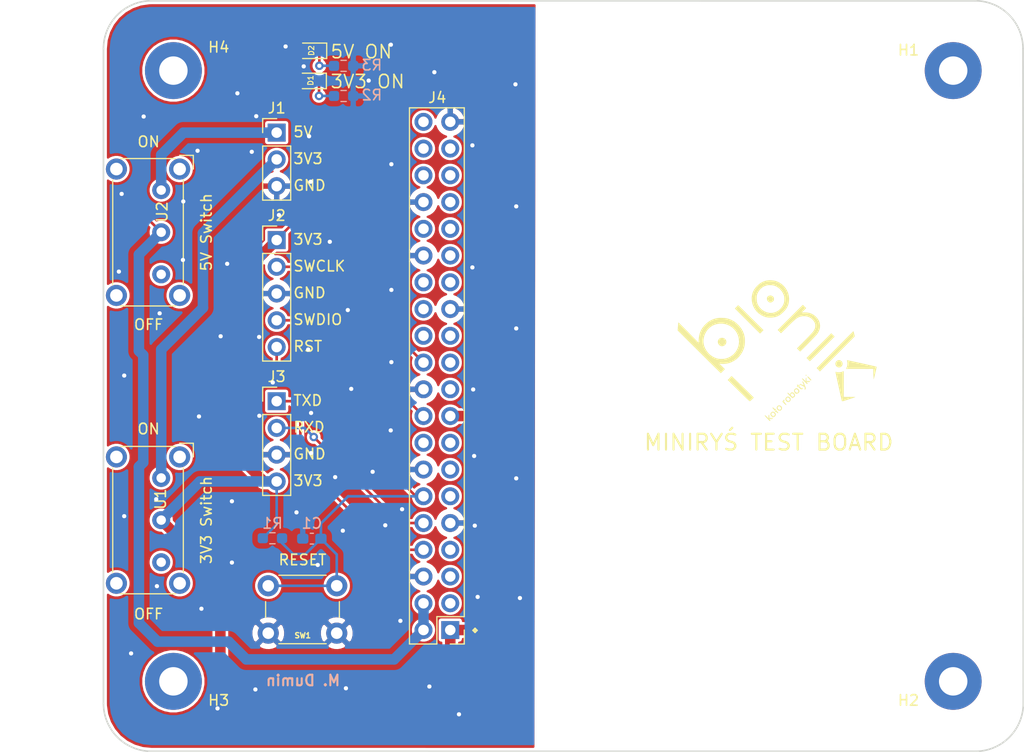
<source format=kicad_pcb>
(kicad_pcb (version 20171130) (host pcbnew "(5.1.9)-1")
  (layers (0 F.Cu signal) (31 B.Cu signal) (34 B.Paste user) (35 F.Paste user) (36 B.SilkS user) (37 F.SilkS user) (38 B.Mask user) (39 F.Mask user) (44 Edge.Cuts user))
  (net 0 "")
  (net 1 GND)
  (net 2 /Button)
  (net 3 +3V3)
  (net 4 +5V)
  (net 5 /RXD)
  (net 6 /TXD)
  (net 7 /SWCLK)
  (net 8 /SWDIO)
  (net 9 "Net-(J4-Pad40)")
  (net 10 "Net-(J4-Pad38)")
  (net 11 "Net-(J4-Pad37)")
  (net 12 "Net-(J4-Pad36)")
  (net 13 "Net-(J4-Pad35)")
  (net 14 "Net-(J4-Pad33)")
  (net 15 "Net-(J4-Pad32)")
  (net 16 "Net-(J4-Pad31)")
  (net 17 "Net-(J4-Pad29)")
  (net 18 "Net-(J4-Pad28)")
  (net 19 "Net-(J4-Pad27)")
  (net 20 "Net-(J4-Pad26)")
  (net 21 "Net-(J4-Pad24)")
  (net 22 "Net-(J4-Pad23)")
  (net 23 "Net-(J4-Pad21)")
  (net 24 "Net-(J4-Pad19)")
  (net 25 "Net-(J4-Pad16)")
  (net 26 "Net-(J4-Pad15)")
  (net 27 "Net-(J4-Pad13)")
  (net 28 "Net-(J4-Pad11)")
  (net 29 "Net-(J4-Pad7)")
  (net 30 "Net-(J4-Pad5)")
  (net 31 "Net-(J4-Pad3)")
  (net 32 "Net-(D1-Pad1)")
  (net 33 "Net-(D2-Pad1)")
  (net 34 "Net-(J1-Pad2)")
  (net 35 "Net-(J1-Pad1)")
  (net 36 "Net-(U1-Pad3)")
  (net 37 "Net-(U2-Pad3)")
  (module Button_Switch_THT:SW_E-Switch_EG1224_SPDT_Angled (layer F.Cu) (at 145.288 72.31 270)
    (fp_text reference U2 (at 2.06628 -0.0889 90) (layer F.SilkS))
    (fp_text value EG1224_switch)
    (pad 3 thru_hole circle (at 8 0 270) (size 1.7 1.7) (drill 0.9) (layers *.Cu *.Mask) (net 37 "Net-(U2-Pad3)"))
    (pad 2 thru_hole circle (at 4 0 270) (size 1.7 1.7) (drill 0.9) (layers *.Cu *.Mask) (net 4 +5V))
    (pad 1 thru_hole circle (at 0 0 270) (size 1.7 1.7) (drill 0.9) (layers *.Cu *.Mask) (net 35 "Net-(J1-Pad1)"))
    (pad "" thru_hole circle (at -2 4.25 270) (size 2 2) (drill 1.2) (layers *.Cu *.Mask))
    (pad "" thru_hole circle (at 10 4.25 270) (size 2 2) (drill 1.2) (layers *.Cu *.Mask))
    (pad "" thru_hole circle (at 10 -1.75 270) (size 2 2) (drill 1.2) (layers *.Cu *.Mask))
    (pad "" thru_hole circle (at -2 -1.75 270) (size 2 2) (drill 1.2) (layers *.Cu *.Mask))
  )
  (module Button_Switch_THT:SW_E-Switch_EG1224_SPDT_Angled (layer F.Cu) (at 145.288 99.648 270)
    (fp_text reference U1 (at 2.0028 0.05842 90) (layer F.SilkS))
    (fp_text value EG1224_switch)
    (pad 3 thru_hole circle (at 8 0 270) (size 1.7 1.7) (drill 0.9) (layers *.Cu *.Mask) (net 36 "Net-(U1-Pad3)"))
    (pad 2 thru_hole circle (at 4 0 270) (size 1.7 1.7) (drill 0.9) (layers *.Cu *.Mask) (net 3 +3V3))
    (pad 1 thru_hole circle (at 0 0 270) (size 1.7 1.7) (drill 0.9) (layers *.Cu *.Mask) (net 34 "Net-(J1-Pad2)"))
    (pad "" thru_hole circle (at -2 4.25 270) (size 2 2) (drill 1.2) (layers *.Cu *.Mask))
    (pad "" thru_hole circle (at 10 4.25 270) (size 2 2) (drill 1.2) (layers *.Cu *.Mask))
    (pad "" thru_hole circle (at 10 -1.75 270) (size 2 2) (drill 1.2) (layers *.Cu *.Mask))
    (pad "" thru_hole circle (at -2 -1.75 270) (size 2 2) (drill 1.2) (layers *.Cu *.Mask))
  )
  (module Button_Switch_THT:SW_PUSH_6mm (layer F.Cu) (at 161.948 114.385 180)
    (fp_text reference SW1 (at 3.23088 -0.2205) (layer F.SilkS) (effects (font (size 0.5 0.5) (thickness 0.125))))
    (fp_text value " Switch 6mm")
    (pad 1 thru_hole circle (at 6.5 0 270) (size 2 2) (drill 1.1) (layers *.Cu *.Mask) (net 1 GND))
    (pad 2 thru_hole circle (at 6.5 4.5 270) (size 2 2) (drill 1.1) (layers *.Cu *.Mask) (net 2 /Button))
    (pad 1 thru_hole circle (at 0 0 270) (size 2 2) (drill 1.1) (layers *.Cu *.Mask) (net 1 GND))
    (pad 2 thru_hole circle (at 0 4.5 270) (size 2 2) (drill 1.1) (layers *.Cu *.Mask) (net 2 /Button))
  )
  (module Resistor_SMD:R_0603_1608Metric_Pad0.98x0.95mm_HandSolder (layer B.Cu) (at 162.59874 60.5097)
    (fp_text reference R3 (at 2.67652 -0.06858 180) (layer B.SilkS) (effects (justify mirror)))
    (fp_text value 150)
    (pad 1 smd roundrect (at -0.9125 0) (size 0.975 0.95) (layers B.Cu B.Paste B.Mask) (net 33 "Net-(D2-Pad1)"))
    (pad 2 smd roundrect (at 0.9125 0) (size 0.975 0.95) (layers B.Cu B.Paste B.Mask) (net 1 GND))
  )
  (module Resistor_SMD:R_0603_1608Metric_Pad0.98x0.95mm_HandSolder (layer B.Cu) (at 162.59874 63.37046)
    (fp_text reference R2 (at 2.67652 -0.0889 180) (layer B.SilkS) (effects (justify mirror)))
    (fp_text value 65)
    (pad 2 smd roundrect (at 0.9125 0) (size 0.975 0.95) (layers B.Cu B.Paste B.Mask) (net 1 GND))
    (pad 1 smd roundrect (at -0.9125 0) (size 0.975 0.95) (layers B.Cu B.Paste B.Mask) (net 32 "Net-(D1-Pad1)"))
  )
  (module LED_SMD:LED_0603_1608Metric (layer F.Cu) (at 159.50936 59.07932 180)
    (fp_text reference D2 (at -0.03312 0.02178 90) (layer F.SilkS) (effects (font (size 0.5 0.5) (thickness 0.1))))
    (fp_text value LED)
    (pad 2 smd roundrect (at 0.7875 0 180) (size 0.875 0.95) (layers F.Cu F.Paste F.Mask) (net 4 +5V))
    (pad 1 smd roundrect (at -0.7875 0 180) (size 0.875 0.95) (layers F.Cu F.Paste F.Mask) (net 33 "Net-(D2-Pad1)"))
  )
  (module LED_SMD:LED_0603_1608Metric (layer F.Cu) (at 159.47898 61.94008 180)
    (fp_text reference D1 (at 0.01016 0.04718 90) (layer F.SilkS) (effects (font (size 0.5 0.5) (thickness 0.1))))
    (fp_text value LED)
    (pad 2 smd roundrect (at 0.7875 0 180) (size 0.875 0.95) (layers F.Cu F.Paste F.Mask) (net 3 +3V3))
    (pad 1 smd roundrect (at -0.7875 0 180) (size 0.875 0.95) (layers F.Cu F.Paste F.Mask) (net 32 "Net-(D1-Pad1)"))
  )
  (module Connector_PinHeader_2.54mm:PinHeader_2x20_P2.54mm_Vertical (layer F.Cu) (at 172.72 114.085 180)
    (fp_text reference J4 (at 1.23698 50.5596) (layer F.SilkS))
    (fp_text value " GoldPin 2x20")
    (pad 40 thru_hole oval (at 2.54 48.26 180) (size 1.7 1.7) (drill 1) (layers *.Cu *.Mask) (net 9 "Net-(J4-Pad40)"))
    (pad 39 thru_hole oval (at 0 48.26 180) (size 1.7 1.7) (drill 1) (layers *.Cu *.Mask) (net 1 GND))
    (pad 38 thru_hole oval (at 2.54 45.72 180) (size 1.7 1.7) (drill 1) (layers *.Cu *.Mask) (net 10 "Net-(J4-Pad38)"))
    (pad 37 thru_hole oval (at 0 45.72 180) (size 1.7 1.7) (drill 1) (layers *.Cu *.Mask) (net 11 "Net-(J4-Pad37)"))
    (pad 36 thru_hole oval (at 2.54 43.18 180) (size 1.7 1.7) (drill 1) (layers *.Cu *.Mask) (net 12 "Net-(J4-Pad36)"))
    (pad 35 thru_hole oval (at 0 43.18 180) (size 1.7 1.7) (drill 1) (layers *.Cu *.Mask) (net 13 "Net-(J4-Pad35)"))
    (pad 34 thru_hole oval (at 2.54 40.64 180) (size 1.7 1.7) (drill 1) (layers *.Cu *.Mask) (net 1 GND))
    (pad 33 thru_hole oval (at 0 40.64 180) (size 1.7 1.7) (drill 1) (layers *.Cu *.Mask) (net 14 "Net-(J4-Pad33)"))
    (pad 32 thru_hole oval (at 2.54 38.1 180) (size 1.7 1.7) (drill 1) (layers *.Cu *.Mask) (net 15 "Net-(J4-Pad32)"))
    (pad 31 thru_hole oval (at 0 38.1 180) (size 1.7 1.7) (drill 1) (layers *.Cu *.Mask) (net 16 "Net-(J4-Pad31)"))
    (pad 30 thru_hole oval (at 2.54 35.56 180) (size 1.7 1.7) (drill 1) (layers *.Cu *.Mask) (net 1 GND))
    (pad 29 thru_hole oval (at 0 35.56 180) (size 1.7 1.7) (drill 1) (layers *.Cu *.Mask) (net 17 "Net-(J4-Pad29)"))
    (pad 28 thru_hole oval (at 2.54 33.02 180) (size 1.7 1.7) (drill 1) (layers *.Cu *.Mask) (net 18 "Net-(J4-Pad28)"))
    (pad 27 thru_hole oval (at 0 33.02 180) (size 1.7 1.7) (drill 1) (layers *.Cu *.Mask) (net 19 "Net-(J4-Pad27)"))
    (pad 26 thru_hole oval (at 2.54 30.48 180) (size 1.7 1.7) (drill 1) (layers *.Cu *.Mask) (net 20 "Net-(J4-Pad26)"))
    (pad 25 thru_hole oval (at 0 30.48 180) (size 1.7 1.7) (drill 1) (layers *.Cu *.Mask) (net 1 GND))
    (pad 24 thru_hole oval (at 2.54 27.94 180) (size 1.7 1.7) (drill 1) (layers *.Cu *.Mask) (net 21 "Net-(J4-Pad24)"))
    (pad 23 thru_hole oval (at 0 27.94 180) (size 1.7 1.7) (drill 1) (layers *.Cu *.Mask) (net 22 "Net-(J4-Pad23)"))
    (pad 22 thru_hole oval (at 2.54 25.4 180) (size 1.7 1.7) (drill 1) (layers *.Cu *.Mask) (net 7 /SWCLK))
    (pad 21 thru_hole oval (at 0 25.4 180) (size 1.7 1.7) (drill 1) (layers *.Cu *.Mask) (net 23 "Net-(J4-Pad21)"))
    (pad 20 thru_hole oval (at 2.54 22.86 180) (size 1.7 1.7) (drill 1) (layers *.Cu *.Mask) (net 1 GND))
    (pad 19 thru_hole oval (at 0 22.86 180) (size 1.7 1.7) (drill 1) (layers *.Cu *.Mask) (net 24 "Net-(J4-Pad19)"))
    (pad 18 thru_hole oval (at 2.54 20.32 180) (size 1.7 1.7) (drill 1) (layers *.Cu *.Mask) (net 8 /SWDIO))
    (pad 17 thru_hole oval (at 0 20.32 180) (size 1.7 1.7) (drill 1) (layers *.Cu *.Mask) (net 3 +3V3))
    (pad 16 thru_hole oval (at 2.54 17.78 180) (size 1.7 1.7) (drill 1) (layers *.Cu *.Mask) (net 25 "Net-(J4-Pad16)"))
    (pad 15 thru_hole oval (at 0 17.78 180) (size 1.7 1.7) (drill 1) (layers *.Cu *.Mask) (net 26 "Net-(J4-Pad15)"))
    (pad 14 thru_hole oval (at 2.54 15.24 180) (size 1.7 1.7) (drill 1) (layers *.Cu *.Mask) (net 1 GND))
    (pad 13 thru_hole oval (at 0 15.24 180) (size 1.7 1.7) (drill 1) (layers *.Cu *.Mask) (net 27 "Net-(J4-Pad13)"))
    (pad 12 thru_hole oval (at 2.54 12.7 180) (size 1.7 1.7) (drill 1) (layers *.Cu *.Mask) (net 2 /Button))
    (pad 11 thru_hole oval (at 0 12.7 180) (size 1.7 1.7) (drill 1) (layers *.Cu *.Mask) (net 28 "Net-(J4-Pad11)"))
    (pad 10 thru_hole oval (at 2.54 10.16 180) (size 1.7 1.7) (drill 1) (layers *.Cu *.Mask) (net 5 /RXD))
    (pad 9 thru_hole oval (at 0 10.16 180) (size 1.7 1.7) (drill 1) (layers *.Cu *.Mask) (net 1 GND))
    (pad 8 thru_hole oval (at 2.54 7.62 180) (size 1.7 1.7) (drill 1) (layers *.Cu *.Mask) (net 6 /TXD))
    (pad 7 thru_hole oval (at 0 7.62 180) (size 1.7 1.7) (drill 1) (layers *.Cu *.Mask) (net 29 "Net-(J4-Pad7)"))
    (pad 6 thru_hole oval (at 2.54 5.08 180) (size 1.7 1.7) (drill 1) (layers *.Cu *.Mask) (net 1 GND))
    (pad 5 thru_hole oval (at 0 5.08 180) (size 1.7 1.7) (drill 1) (layers *.Cu *.Mask) (net 30 "Net-(J4-Pad5)"))
    (pad 4 thru_hole oval (at 2.54 2.54 180) (size 1.7 1.7) (drill 1) (layers *.Cu *.Mask) (net 4 +5V))
    (pad 3 thru_hole oval (at 0 2.54 180) (size 1.7 1.7) (drill 1) (layers *.Cu *.Mask) (net 31 "Net-(J4-Pad3)"))
    (pad 2 thru_hole oval (at 2.54 0 180) (size 1.7 1.7) (drill 1) (layers *.Cu *.Mask) (net 4 +5V))
    (pad 1 thru_hole rect (at 0 0 180) (size 1.7 1.7) (drill 1) (layers *.Cu *.Mask) (net 3 +3V3))
  )
  (module rysboard:bionik_logo (layer F.Cu) (at 203.708 87.376)
    (fp_text reference LOGO1 hide)
    (fp_text value bionik_logo hide)
  )
  (module Connector_PinHeader_2.54mm:PinHeader_1x04_P2.54mm_Vertical (layer F.Cu) (at 156.24774 92.3544)
    (fp_text reference J3 (at 0 -2.33) (layer F.SilkS))
    (fp_text value "GoldPin 1x04")
    (pad 4 thru_hole oval (at 0 7.62) (size 1.7 1.7) (drill 1) (layers *.Cu *.Mask) (net 3 +3V3))
    (pad 3 thru_hole oval (at 0 5.08) (size 1.7 1.7) (drill 1) (layers *.Cu *.Mask) (net 1 GND))
    (pad 2 thru_hole oval (at 0 2.54) (size 1.7 1.7) (drill 1) (layers *.Cu *.Mask) (net 5 /RXD))
    (pad 1 thru_hole rect (at 0 0) (size 1.7 1.7) (drill 1) (layers *.Cu *.Mask) (net 6 /TXD))
  )
  (module Capacitor_SMD:C_0603_1608Metric_Pad1.08x0.95mm_HandSolder (layer B.Cu) (at 159.58524 105.41 180)
    (fp_text reference C1 (at 0 1.45288 180) (layer B.SilkS) (effects (justify mirror)))
    (fp_text value 100uF)
    (pad 2 smd roundrect (at 0.8625 0 180) (size 1.075 0.95) (layers B.Cu B.Paste B.Mask) (net 1 GND))
    (pad 1 smd roundrect (at -0.8625 0 180) (size 1.075 0.95) (layers B.Cu B.Paste B.Mask) (net 2 /Button))
  )
  (module Connector_PinHeader_2.54mm:PinHeader_1x05_P2.54mm_Vertical (layer F.Cu) (at 156.24774 77.0527)
    (fp_text reference J2 (at 0 -2.33) (layer F.SilkS))
    (fp_text value "GoldPin 1x05")
    (pad 5 thru_hole oval (at 0 10.16) (size 1.7 1.7) (drill 1) (layers *.Cu *.Mask) (net 2 /Button))
    (pad 4 thru_hole oval (at 0 7.62) (size 1.7 1.7) (drill 1) (layers *.Cu *.Mask) (net 8 /SWDIO))
    (pad 3 thru_hole oval (at 0 5.08) (size 1.7 1.7) (drill 1) (layers *.Cu *.Mask) (net 1 GND))
    (pad 2 thru_hole oval (at 0 2.54) (size 1.7 1.7) (drill 1) (layers *.Cu *.Mask) (net 7 /SWCLK))
    (pad 1 thru_hole rect (at 0 0) (size 1.7 1.7) (drill 1) (layers *.Cu *.Mask) (net 3 +3V3))
  )
  (module Connector_PinHeader_2.54mm:PinHeader_1x03_P2.54mm_Vertical (layer F.Cu) (at 156.24774 66.851)
    (fp_text reference J1 (at 0 -2.33) (layer F.SilkS))
    (fp_text value "GoldPin 1x03")
    (pad 3 thru_hole oval (at 0 5.08) (size 1.7 1.7) (drill 1) (layers *.Cu *.Mask) (net 1 GND))
    (pad 2 thru_hole oval (at 0 2.54) (size 1.7 1.7) (drill 1) (layers *.Cu *.Mask) (net 34 "Net-(J1-Pad2)"))
    (pad 1 thru_hole rect (at 0 0) (size 1.7 1.7) (drill 1) (layers *.Cu *.Mask) (net 35 "Net-(J1-Pad1)"))
  )
  (module Resistor_SMD:R_0603_1608Metric_Pad0.98x0.95mm_HandSolder (layer B.Cu) (at 155.84424 105.3719)
    (fp_text reference R1 (at 0 -1.41478) (layer B.SilkS) (effects (justify mirror)))
    (fp_text value 10k)
    (pad 2 smd roundrect (at 0.9125 0) (size 0.975 0.95) (layers B.Cu B.Paste B.Mask) (net 2 /Button))
    (pad 1 smd roundrect (at -0.9125 0) (size 0.975 0.95) (layers B.Cu B.Paste B.Mask) (net 3 +3V3))
  )
  (module MountingHole:MountingHole_2.7mm_M2.5_Pad (layer F.Cu) (at 146.445 60.96)
    (fp_text reference H4 (at 4.30144 -2.217501) (layer F.SilkS))
    (fp_text value MountingHole)
    (pad 1 thru_hole circle (at 0 0) (size 5.4 5.4) (drill 2.7) (layers *.Cu *.Mask))
  )
  (module MountingHole:MountingHole_2.7mm_M2.5_Pad (layer F.Cu) (at 146.445 118.96)
    (fp_text reference H3 (at 4.30144 1.8075) (layer F.SilkS))
    (fp_text value MountingHole)
    (pad 1 thru_hole circle (at 0 0) (size 5.4 5.4) (drill 2.7) (layers *.Cu *.Mask))
  )
  (module MountingHole:MountingHole_2.7mm_M2.5_Pad (layer F.Cu) (at 220.45 118.96)
    (fp_text reference H2 (at -4.24012 1.8075) (layer F.SilkS))
    (fp_text value MountingHole)
    (pad 1 thru_hole circle (at 0 0) (size 5.4 5.4) (drill 2.7) (layers *.Cu *.Mask))
  )
  (module MountingHole:MountingHole_2.7mm_M2.5_Pad (layer F.Cu) (at 220.45 60.96)
    (fp_text reference H1 (at -4.24012 -1.9425) (layer F.SilkS))
    (fp_text value MountingHole)
    (pad 1 thru_hole circle (at 0 0) (size 5.4 5.4) (drill 2.7) (layers *.Cu *.Mask))
  )
  (gr_text . (at 175.07204 112.46612) (layer F.SilkS) (effects (font (size 4 4))))
  (gr_text "3V3 Switch" (at 149.57552 103.648001 90) (layer F.SilkS) (effects (font (size 1 1))))
  (gr_text "5V Switch\n" (at 149.57552 76.31 90) (layer F.SilkS) (effects (font (size 1 1))))
  (gr_text OFF (at 144.093 112.56772) (layer F.SilkS) (effects (font (size 1 1))))
  (gr_text ON (at 144.093 94.99092) (layer F.SilkS) (effects (font (size 1 1))))
  (gr_text OFF (at 144.093 85.08746) (layer F.SilkS) (effects (font (size 1 1))))
  (gr_text ON (at 144.093 67.71894) (layer F.SilkS) (effects (font (size 1 1))))
  (gr_text "3V3 ON" (at 164.877359 61.99886) (layer F.SilkS) (effects (font (size 1.25 1.25))))
  (gr_text "5V ON" (at 164.28212 59.16676) (layer F.SilkS) (effects (font (size 1.25 1.25))))
  (gr_line (start 144.3558 54.330317) (end 222.5294 54.3306) (layer Edge.Cuts) (width 0.15))
  (gr_line (start 144.3558 125.60307) (end 154.3558 125.60307) (layer Edge.Cuts) (width 0.15))
  (gr_line (start 139.808917 58.8772) (end 139.80913 121.0564) (layer Edge.Cuts) (width 0.15))
  (gr_line (start 227.076 58.8772) (end 227.104875 121.0564) (layer Edge.Cuts) (width 0.15))
  (gr_arc (start 144.3558 121.0564) (end 139.80913 121.0564) (angle -90) (layer Edge.Cuts) (width 0.15))
  (gr_arc (start 222.5548 121.0564) (end 222.5548 125.606475) (angle -90) (layer Edge.Cuts) (width 0.15))
  (gr_arc (start 222.5294 58.8772) (end 227.076 58.8772) (angle -90) (layer Edge.Cuts) (width 0.15))
  (gr_arc (start 144.3558 58.8772) (end 144.3558 54.330317) (angle -90) (layer Edge.Cuts) (width 0.15))
  (gr_line (start 154.3558 125.60307) (end 222.5548 125.606475) (layer Edge.Cuts) (width 0.15))
  (gr_text "MINIRYŚ TEST BOARD" (at 202.946 96.266) (layer F.SilkS) (effects (font (size 1.5 1.5) (thickness 0.2))))
  (gr_text GND (at 159.369047 97.3669) (layer F.SilkS) (effects (font (size 1 1))))
  (gr_text GND (at 159.369047 82.0652) (layer F.SilkS) (effects (font (size 1 1))))
  (gr_text 3V3 (at 159.22619 99.9069) (layer F.SilkS) (effects (font (size 1 1))))
  (gr_text 3V3 (at 159.22619 76.9852) (layer F.SilkS) (effects (font (size 1 1))))
  (gr_text RST (at 159.202381 87.1452) (layer F.SilkS) (effects (font (size 1 1))))
  (gr_text "M. Dumin" (at 158.744999 118.88) (layer B.SilkS) (effects (font (size 1 1) (thickness 0.2)) (justify mirror)))
  (gr_text GND (at 159.369047 71.8635) (layer F.SilkS) (effects (font (size 1 1))))
  (gr_text 3V3 (at 159.22619 69.3235) (layer F.SilkS) (effects (font (size 1 1))))
  (gr_text 5V (at 158.75 66.7835) (layer F.SilkS) (effects (font (size 1 1))))
  (gr_text TXD (at 159.202381 92.2869) (layer F.SilkS) (effects (font (size 1 1))))
  (gr_text RXD (at 159.321428 94.8269) (layer F.SilkS) (effects (font (size 1 1))))
  (gr_text SWDIO (at 160.154762 84.6052) (layer F.SilkS) (effects (font (size 1 1))))
  (gr_text SWCLK (at 160.297619 79.5252) (layer F.SilkS) (effects (font (size 1 1))))
  (gr_text RESET (at 158.698 107.42676) (layer F.SilkS) (effects (font (size 1 1))))
  (via (at 174.82058 68.058792) (size 0.8) (drill 0.4) (layers F.Cu B.Cu) (net 1))
  (via (at 174.82058 79.650336) (size 0.8) (drill 0.4) (layers F.Cu B.Cu) (net 1))
  (via (at 174.89424 91.24188) (size 0.8) (drill 0.4) (layers F.Cu B.Cu) (net 1))
  (via (at 174.98822 97.55886) (size 0.8) (drill 0.4) (layers F.Cu B.Cu) (net 1))
  (via (at 175.32096 110.94212) (size 0.8) (drill 0.4) (layers F.Cu B.Cu) (net 1))
  (via (at 178.9811 85.446108) (size 0.8) (drill 0.4) (layers F.Cu B.Cu) (net 1))
  (via (at 178.90744 62.26302) (size 0.8) (drill 0.4) (layers F.Cu B.Cu) (net 1))
  (via (at 175.04918 104.17556) (size 0.8) (drill 0.4) (layers F.Cu B.Cu) (net 1))
  (via (at 178.9811 99.683144) (size 0.8) (drill 0.4) (layers F.Cu B.Cu) (net 1))
  (via (at 166.55288 104.14) (size 0.8) (drill 0.4) (layers F.Cu B.Cu) (net 1))
  (via (at 159.512 97.282) (size 0.8) (drill 0.4) (layers F.Cu B.Cu) (net 1))
  (via (at 161.798 99.568) (size 0.8) (drill 0.4) (layers F.Cu B.Cu) (net 1))
  (via (at 159.512 93.472) (size 0.8) (drill 0.4) (layers F.Cu B.Cu) (net 1))
  (via (at 165.354 99.06) (size 0.8) (drill 0.4) (layers F.Cu B.Cu) (net 1))
  (via (at 168.148 102.616) (size 0.8) (drill 0.4) (layers F.Cu B.Cu) (net 1))
  (via (at 159.23514 87.44712) (size 0.8) (drill 0.4) (layers F.Cu B.Cu) (net 1))
  (via (at 167.07104 95.12808) (size 0.8) (drill 0.4) (layers F.Cu B.Cu) (net 1))
  (via (at 163.322 91.186) (size 0.8) (drill 0.4) (layers F.Cu B.Cu) (net 1))
  (via (at 162.99688 83.70062) (size 0.8) (drill 0.4) (layers F.Cu B.Cu) (net 1))
  (via (at 167.132 88.646) (size 0.8) (drill 0.4) (layers F.Cu B.Cu) (net 1))
  (via (at 162.52444 104.65308) (size 0.8) (drill 0.4) (layers F.Cu B.Cu) (net 1))
  (via (at 158.1277 102.91318) (size 0.8) (drill 0.4) (layers F.Cu B.Cu) (net 1))
  (via (at 145.14068 84.01304) (size 0.8) (drill 0.4) (layers F.Cu B.Cu) (net 1))
  (via (at 156.464 74.676) (size 0.8) (drill 0.4) (layers F.Cu B.Cu) (net 1))
  (via (at 167.132 69.85) (size 0.8) (drill 0.4) (layers F.Cu B.Cu) (net 1))
  (via (at 167.132 81.788) (size 0.8) (drill 0.4) (layers F.Cu B.Cu) (net 1))
  (via (at 161.29 77.216) (size 0.8) (drill 0.4) (layers F.Cu B.Cu) (net 1))
  (via (at 141.77772 103.27386) (size 0.8) (drill 0.4) (layers F.Cu B.Cu) (net 1))
  (via (at 141.77772 89.92108) (size 0.8) (drill 0.4) (layers F.Cu B.Cu) (net 1))
  (via (at 150.92934 86.18982) (size 0.8) (drill 0.4) (layers F.Cu B.Cu) (net 1))
  (via (at 148.87448 93.80474) (size 0.8) (drill 0.4) (layers F.Cu B.Cu) (net 1))
  (via (at 151.99868 101.85908) (size 0.8) (drill 0.4) (layers F.Cu B.Cu) (net 1))
  (via (at 151.99868 107.67822) (size 0.8) (drill 0.4) (layers F.Cu B.Cu) (net 1))
  (via (at 149.10562 112.0648) (size 0.8) (drill 0.4) (layers F.Cu B.Cu) (net 1))
  (via (at 160.14446 107.90682) (size 0.8) (drill 0.4) (layers F.Cu B.Cu) (net 1))
  (via (at 144.81556 101.6635) (size 0.8) (drill 0.4) (layers F.Cu B.Cu) (net 1))
  (via (at 144.8816 109.92104) (size 0.8) (drill 0.4) (layers F.Cu B.Cu) (net 1))
  (via (at 147.35048 78.9432) (size 0.8) (drill 0.4) (layers F.Cu B.Cu) (net 1))
  (via (at 147.3835 73.38568) (size 0.8) (drill 0.4) (layers F.Cu B.Cu) (net 1))
  (via (at 153.88336 68.67144) (size 0.8) (drill 0.4) (layers F.Cu B.Cu) (net 1))
  (via (at 141.53388 72.6694) (size 0.8) (drill 0.4) (layers F.Cu B.Cu) (net 1))
  (via (at 141.27226 80.0481) (size 0.8) (drill 0.4) (layers F.Cu B.Cu) (net 1))
  (via (at 152.51938 63.11392) (size 0.8) (drill 0.4) (layers F.Cu B.Cu) (net 1))
  (via (at 154.30754 65.2907) (size 0.8) (drill 0.4) (layers F.Cu B.Cu) (net 1))
  (via (at 158.8135 60.55868) (size 0.8) (drill 0.4) (layers F.Cu B.Cu) (net 1))
  (via (at 157.09392 58.66892) (size 0.8) (drill 0.4) (layers F.Cu B.Cu) (net 1))
  (via (at 159.3215 67.19316) (size 0.8) (drill 0.4) (layers F.Cu B.Cu) (net 1))
  (via (at 159.47136 71.51116) (size 0.8) (drill 0.4) (layers F.Cu B.Cu) (net 1))
  (via (at 154.58186 86.25586) (size 0.8) (drill 0.4) (layers F.Cu B.Cu) (net 1))
  (via (at 154.60218 93.74378) (size 0.8) (drill 0.4) (layers F.Cu B.Cu) (net 1))
  (via (at 155.87726 90.5764) (size 0.8) (drill 0.4) (layers F.Cu B.Cu) (net 1))
  (via (at 142.4305 116.3066) (size 0.8) (drill 0.4) (layers F.Cu B.Cu) (net 1))
  (via (at 154.22626 119.73052) (size 0.8) (drill 0.4) (layers F.Cu B.Cu) (net 1))
  (via (at 170.7388 119.45112) (size 0.8) (drill 0.4) (layers F.Cu B.Cu) (net 1))
  (via (at 162.81908 119.61876) (size 0.8) (drill 0.4) (layers F.Cu B.Cu) (net 1))
  (via (at 150.63216 121.52884) (size 0.8) (drill 0.4) (layers F.Cu B.Cu) (net 1))
  (via (at 173.54804 122.09018) (size 0.8) (drill 0.4) (layers F.Cu B.Cu) (net 1))
  (via (at 167.98798 113.21542) (size 0.8) (drill 0.4) (layers F.Cu B.Cu) (net 1))
  (via (at 143.6243 65.32372) (size 0.8) (drill 0.4) (layers F.Cu B.Cu) (net 1))
  (via (at 171.21124 61.1124) (size 0.8) (drill 0.4) (layers F.Cu B.Cu) (net 1))
  (via (at 178.9811 73.854564) (size 0.8) (drill 0.4) (layers F.Cu B.Cu) (net 1))
  (via (at 179.33162 111.0488) (size 0.8) (drill 0.4) (layers F.Cu B.Cu) (net 1))
  (via (at 148.73986 68.57238) (size 0.8) (drill 0.4) (layers F.Cu B.Cu) (net 1))
  (via (at 167.08374 58.50128) (size 0.8) (drill 0.4) (layers F.Cu B.Cu) (net 1))
  (via (at 151.5491 79.30642) (size 0.8) (drill 0.4) (layers F.Cu B.Cu) (net 1))
  (via (at 164.97808 61.90996) (size 0.8) (drill 0.4) (layers F.Cu B.Cu) (net 1))
  (segment (start 160.07624 105.41) (end 160.0708 105.41) (width 0.25) (layer B.Cu) (net 2))
  (segment (start 163.029 101.385) (end 170.18 101.385) (width 0.25) (layer B.Cu) (net 2))
  (segment (start 160.44774 103.96626) (end 163.029 101.385) (width 0.25) (layer B.Cu) (net 2))
  (segment (start 160.44774 105.41) (end 160.44774 103.96626) (width 0.25) (layer B.Cu) (net 2))
  (segment (start 156.24774 87.2127) (end 156.24774 89.19174) (width 0.25) (layer F.Cu) (net 2))
  (segment (start 156.24774 89.19174) (end 156.972 89.916) (width 0.25) (layer F.Cu) (net 2))
  (segment (start 156.972 89.916) (end 157.988 89.916) (width 0.25) (layer F.Cu) (net 2))
  (segment (start 169.457 101.385) (end 170.18 101.385) (width 0.25) (layer F.Cu) (net 2))
  (segment (start 157.988 89.916) (end 169.457 101.385) (width 0.25) (layer F.Cu) (net 2))
  (segment (start 156.75674 105.3719) (end 156.75674 105.45128) (width 0.25) (layer B.Cu) (net 2))
  (segment (start 156.75674 105.3719) (end 156.75674 105.8272) (width 0.25) (layer B.Cu) (net 2))
  (segment (start 156.75674 105.8272) (end 157.78988 106.86034) (width 0.25) (layer B.Cu) (net 2))
  (segment (start 158.9974 106.86034) (end 160.44774 105.41) (width 0.25) (layer B.Cu) (net 2))
  (segment (start 157.78988 106.86034) (end 158.9974 106.86034) (width 0.25) (layer B.Cu) (net 2))
  (segment (start 155.448 109.885) (end 161.948 109.885) (width 0.25) (layer B.Cu) (net 2))
  (segment (start 161.948 106.91026) (end 160.44774 105.41) (width 0.25) (layer B.Cu) (net 2))
  (segment (start 161.948 109.885) (end 161.948 106.91026) (width 0.25) (layer B.Cu) (net 2))
  (segment (start 156.20238 100.01976) (end 156.24774 99.9744) (width 0.25) (layer F.Cu) (net 3))
  (segment (start 148.9616 99.9744) (end 145.288 103.648) (width 1) (layer B.Cu) (net 3))
  (segment (start 156.24774 99.9744) (end 148.9616 99.9744) (width 1) (layer B.Cu) (net 3))
  (segment (start 172.72 114.085) (end 174.45392 114.085) (width 1) (layer F.Cu) (net 3))
  (segment (start 174.45392 114.085) (end 176.657 111.88192) (width 1) (layer F.Cu) (net 3))
  (segment (start 176.657 95.939158) (end 174.482842 93.765) (width 1) (layer F.Cu) (net 3))
  (segment (start 174.482842 93.765) (end 172.72 93.765) (width 1) (layer F.Cu) (net 3))
  (segment (start 176.657 111.88192) (end 176.657 95.939158) (width 1) (layer F.Cu) (net 3))
  (segment (start 172.72 116.9416) (end 172.72 114.085) (width 1) (layer F.Cu) (net 3))
  (segment (start 172.72 120.75414) (end 172.72 116.9416) (width 1) (layer F.Cu) (net 3))
  (segment (start 171.95038 121.52376) (end 172.72 120.75414) (width 1) (layer F.Cu) (net 3))
  (segment (start 153.3906 121.52376) (end 171.95038 121.52376) (width 1) (layer F.Cu) (net 3))
  (segment (start 150.9014 119.03456) (end 153.3906 121.52376) (width 1) (layer F.Cu) (net 3))
  (segment (start 150.9014 109.2614) (end 150.9014 119.03456) (width 1) (layer F.Cu) (net 3))
  (segment (start 145.288 103.648) (end 150.9014 109.2614) (width 1) (layer F.Cu) (net 3))
  (segment (start 156.24774 99.9744) (end 155.0289 99.9744) (width 1) (layer F.Cu) (net 3))
  (segment (start 155.0289 99.9744) (end 153.22042 98.16592) (width 1) (layer F.Cu) (net 3))
  (segment (start 153.22042 80.08002) (end 156.24774 77.0527) (width 1) (layer F.Cu) (net 3))
  (segment (start 153.22042 98.16592) (end 153.22042 80.08002) (width 1) (layer F.Cu) (net 3))
  (segment (start 156.24774 77.0527) (end 156.2717 77.0527) (width 0.25) (layer B.Cu) (net 3))
  (segment (start 156.24774 77.0527) (end 156.24774 77.01062) (width 0.25) (layer F.Cu) (net 3))
  (segment (start 156.24774 104.0559) (end 154.93174 105.3719) (width 0.25) (layer B.Cu) (net 3))
  (segment (start 156.24774 99.9744) (end 156.24774 104.0559) (width 0.25) (layer B.Cu) (net 3))
  (segment (start 158.69148 61.76156) (end 158.69148 64.65306) (width 0.25) (layer F.Cu) (net 3))
  (segment (start 160.84296 66.80454) (end 160.84296 72.4154) (width 0.25) (layer F.Cu) (net 3))
  (segment (start 158.69148 64.65306) (end 160.84296 66.80454) (width 0.25) (layer F.Cu) (net 3))
  (segment (start 156.24774 77.01062) (end 160.84296 72.4154) (width 0.25) (layer F.Cu) (net 3))
  (segment (start 170.18 114.085) (end 170.18 111.545) (width 1) (layer B.Cu) (net 4))
  (segment (start 153.10484 64.69634) (end 158.72186 59.07932) (width 0.25) (layer F.Cu) (net 4))
  (segment (start 146.35734 64.69634) (end 153.10484 64.69634) (width 0.25) (layer F.Cu) (net 4))
  (segment (start 143.05788 67.9958) (end 146.35734 64.69634) (width 0.25) (layer F.Cu) (net 4))
  (segment (start 143.05788 74.07988) (end 143.05788 67.9958) (width 0.25) (layer F.Cu) (net 4))
  (segment (start 145.288 76.31) (end 143.05788 74.07988) (width 0.25) (layer F.Cu) (net 4))
  (segment (start 167.38944 116.87556) (end 170.18 114.085) (width 1) (layer B.Cu) (net 4))
  (segment (start 153.36774 116.87556) (end 167.38944 116.87556) (width 1) (layer B.Cu) (net 4))
  (segment (start 151.68118 115.189) (end 153.36774 116.87556) (width 1) (layer B.Cu) (net 4))
  (segment (start 144.94256 115.189) (end 151.68118 115.189) (width 1) (layer B.Cu) (net 4))
  (segment (start 143.17218 113.41862) (end 144.94256 115.189) (width 1) (layer B.Cu) (net 4))
  (segment (start 145.288 76.31) (end 143.17218 78.42582) (width 1) (layer B.Cu) (net 4))
  (segment (start 143.17218 78.42582) (end 143.17218 87.57666) (width 1) (layer B.Cu) (net 4))
  (segment (start 143.17218 87.57666) (end 143.5862 87.99068) (width 1) (layer B.Cu) (net 4))
  (segment (start 143.5862 87.99068) (end 143.5862 98.16592) (width 1) (layer B.Cu) (net 4))
  (segment (start 143.17218 98.57994) (end 143.17218 113.41862) (width 1) (layer B.Cu) (net 4))
  (segment (start 143.5862 98.16592) (end 143.17218 98.57994) (width 1) (layer B.Cu) (net 4))
  (segment (start 170.18 103.925) (end 167.933 103.925) (width 0.25) (layer F.Cu) (net 5))
  (segment (start 167.933 103.925) (end 159.766 95.758) (width 0.25) (layer F.Cu) (net 5))
  (segment (start 159.766 95.758) (end 159.766 95.758) (width 0.25) (layer F.Cu) (net 5))
  (via (at 159.766 95.758) (size 0.8) (drill 0.4) (layers F.Cu B.Cu) (net 5))
  (segment (start 158.9024 94.8944) (end 159.766 95.758) (width 0.25) (layer B.Cu) (net 5))
  (segment (start 156.24774 94.8944) (end 158.9024 94.8944) (width 0.25) (layer B.Cu) (net 5))
  (segment (start 157.6324 92.3544) (end 156.24774 92.3544) (width 0.25) (layer F.Cu) (net 6))
  (segment (start 158.496 93.218) (end 157.6324 92.3544) (width 0.25) (layer F.Cu) (net 6))
  (segment (start 158.496 98.044) (end 158.496 93.218) (width 0.25) (layer F.Cu) (net 6))
  (segment (start 166.917 106.465) (end 158.496 98.044) (width 0.25) (layer F.Cu) (net 6))
  (segment (start 170.18 106.465) (end 166.917 106.465) (width 0.25) (layer F.Cu) (net 6))
  (segment (start 161.0877 79.5927) (end 161.6515 80.1565) (width 0.25) (layer F.Cu) (net 7))
  (segment (start 156.24774 79.5927) (end 161.0877 79.5927) (width 0.25) (layer F.Cu) (net 7))
  (segment (start 161.6515 80.1565) (end 170.18 88.685) (width 0.25) (layer F.Cu) (net 7))
  (segment (start 161.0877 84.6727) (end 170.18 93.765) (width 0.25) (layer F.Cu) (net 8))
  (segment (start 156.24774 84.6727) (end 161.0877 84.6727) (width 0.25) (layer F.Cu) (net 8))
  (segment (start 160.26648 61.94008) (end 160.26648 63.36538) (width 0.25) (layer F.Cu) (net 32))
  (segment (start 160.26648 63.36538) (end 160.26648 63.36538) (width 0.25) (layer F.Cu) (net 32))
  (via (at 160.26648 63.36538) (size 0.8) (drill 0.4) (layers F.Cu B.Cu) (net 32))
  (segment (start 161.68116 63.36538) (end 161.68624 63.37046) (width 0.25) (layer B.Cu) (net 32))
  (segment (start 160.26648 63.36538) (end 161.68116 63.36538) (width 0.25) (layer B.Cu) (net 32))
  (segment (start 160.29686 59.07932) (end 160.29686 60.5028) (width 0.25) (layer F.Cu) (net 33))
  (segment (start 160.29686 60.5028) (end 160.29686 60.5028) (width 0.25) (layer F.Cu) (net 33))
  (via (at 160.29686 60.5028) (size 0.8) (drill 0.4) (layers F.Cu B.Cu) (net 33))
  (segment (start 161.67934 60.5028) (end 161.68624 60.5097) (width 0.25) (layer B.Cu) (net 33))
  (segment (start 160.29686 60.5028) (end 161.67934 60.5028) (width 0.25) (layer B.Cu) (net 33))
  (segment (start 150.90394 74.7348) (end 156.24774 69.391) (width 1) (layer B.Cu) (net 34))
  (segment (start 149.2504 83.4898) (end 149.2504 76.38834) (width 1) (layer B.Cu) (net 34))
  (segment (start 149.2504 76.38834) (end 150.90394 74.7348) (width 1) (layer B.Cu) (net 34))
  (segment (start 145.288 87.4522) (end 149.2504 83.4898) (width 1) (layer B.Cu) (net 34))
  (segment (start 145.288 99.648) (end 145.288 87.4522) (width 1) (layer B.Cu) (net 34))
  (segment (start 145.288 72.31) (end 145.288 68.96354) (width 1) (layer B.Cu) (net 35))
  (segment (start 147.40054 66.851) (end 156.24774 66.851) (width 1) (layer B.Cu) (net 35))
  (segment (start 145.288 68.96354) (end 147.40054 66.851) (width 1) (layer B.Cu) (net 35))
  (zone (net 1) (net_name GND) (layer F.Cu) (connect_pads (clearance 0.25)) (min_thickness 0.2) (fill yes (arc_segments 32) (thermal_gap 0.508) (thermal_bridge_width 0.508))
    (polygon (pts (xy 180.709351 125.3666) (xy 140.12672 125.328679) (xy 140.02766 54.56428) (xy 180.816031 54.602198)))
  )
  (zone (net 1) (net_name GND) (layer B.Cu) (connect_pads (clearance 0.508)) (min_thickness 0.254) (fill yes (arc_segments 32) (thermal_gap 0.508) (thermal_bridge_width 0.508))
    (polygon (pts (xy 180.698473 125.365982) (xy 140.12672 125.32868) (xy 140.02766 54.56428) (xy 180.805153 54.601582)))
  )
)
</source>
